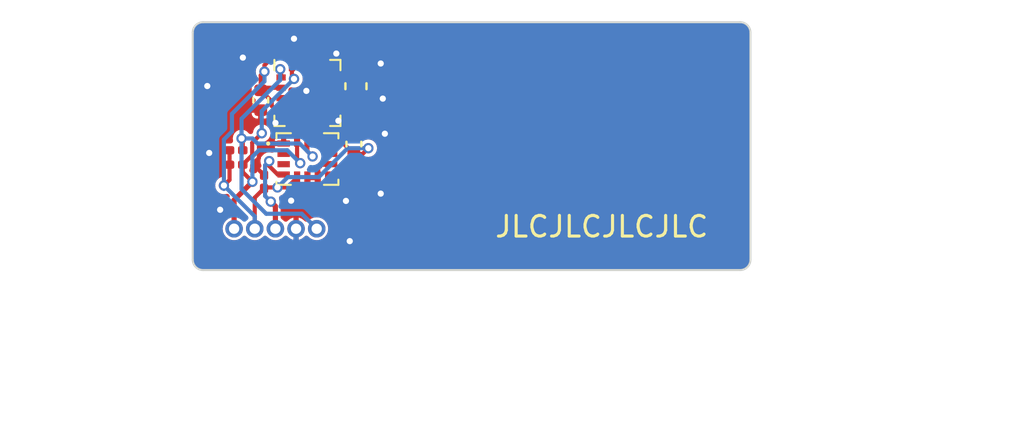
<source format=kicad_pcb>
(kicad_pcb (version 20211014) (generator pcbnew)
  (layers (0 "F.Cu" signal) (31 "B.Cu" signal) (34 "B.Paste" user) (35 "F.Paste" user) (36 "B.SilkS" user "B.Silkscreen") (37 "F.SilkS" user "F.Silkscreen") (38 "B.Mask" user) (39 "F.Mask" user) (44 "Edge.Cuts" user))
  (net 0 "")
  (net 1 "GND")
  (net 2 "VDD")
  (net 3 "INT")
  (net 4 "SCL")
  (net 5 "SDA")
  (net 18 "Net-(U1-Pad10)")
  (footprint "Capacitor_SMD:C_0201_0603Metric" (layer "F.Cu") (at 180.5 75.5 -90)
    (fp_text reference "C10" hide)
    (fp_text value "0.1uF")
    (pad "1" smd roundrect (at -0.32 0 270) (size 0.46 0.4) (layers "F.Cu" "F.Mask") (net 2 "VDD"))
    (pad "2" smd roundrect (at 0.32 0 270) (size 0.46 0.4) (layers "F.Cu" "F.Mask") (net 1 "GND"))
  )
  (footprint "Capacitor_SMD:C_0603_1608Metric" (layer "F.Cu") (at 180.9 71.1 90)
    (fp_text reference "C13" hide)
    (fp_text value "10uF")
    (fp_line (start -0.14058 0.51) (end 0.14058 0.51) (layer "F.SilkS") (width 0.12))
    (fp_line (start -0.14058 -0.51) (end 0.14058 -0.51) (layer "F.SilkS") (width 0.12))
    (pad "1" smd roundrect (at -0.775 0 90) (size 0.9 0.95) (layers "F.Cu" "F.Paste" "F.Mask") (net 18 "Net-(U1-Pad10)"))
    (pad "2" smd roundrect (at 0.775 0 90) (size 0.9 0.95) (layers "F.Cu" "F.Paste" "F.Mask") (net 1 "GND"))
  )
  (footprint "Capacitor_SMD:C_0402_1005Metric" (layer "F.Cu") (at 176.29 71.779 -90)
    (fp_text reference "C12" hide)
    (fp_text value "1uF")
    (fp_line (start -0.107836 -0.36) (end 0.107836 -0.36) (layer "F.SilkS") (width 0.12))
    (fp_line (start -0.107836 0.36) (end 0.107836 0.36) (layer "F.SilkS") (width 0.12))
    (pad "1" smd roundrect (at -0.48 0 270) (size 0.56 0.62) (layers "F.Cu" "F.Paste" "F.Mask") (net 2 "VDD"))
    (pad "2" smd roundrect (at 0.48 0 270) (size 0.56 0.62) (layers "F.Cu" "F.Paste" "F.Mask") (net 1 "GND"))
  )
  (footprint "Capacitor_SMD:C_0201_0603Metric" (layer "F.Cu") (at 176.45 75.725 90)
    (fp_text reference "C9" hide)
    (fp_text value "10nF")
    (pad "1" smd roundrect (at -0.32 0 90) (size 0.46 0.4) (layers "F.Cu" "F.Mask") (net 2 "VDD"))
    (pad "2" smd roundrect (at 0.32 0 90) (size 0.46 0.4) (layers "F.Cu" "F.Mask") (net 1 "GND"))
  )
  (footprint "Connector_PinHeader_1.00mm:PinHeader_1x05_P1.00mm_Horizontal" (layer "F.Cu") (at 179 78 -90)
    (fp_text reference "J1" hide)
    (fp_text value "Conn_01x05_Male")
    (pad "1" thru_hole circle (at 0 0 270) (size 0.85 0.85) (drill 0.5) (layers *.Cu *.Mask) (net 4 "SCL"))
    (pad "2" thru_hole oval (at 0 1 270) (size 0.85 0.85) (drill 0.5) (layers *.Cu *.Mask) (net 1 "GND"))
    (pad "3" thru_hole oval (at 0 2 270) (size 0.85 0.85) (drill 0.5) (layers *.Cu *.Mask) (net 3 "INT"))
    (pad "4" thru_hole oval (at 0 3 270) (size 0.85 0.85) (drill 0.5) (layers *.Cu *.Mask) (net 2 "VDD"))
    (pad "5" thru_hole oval (at 0 4 270) (size 0.85 0.85) (drill 0.5) (layers *.Cu *.Mask) (net 5 "SDA"))
  )
  (footprint "Resistor_SMD:R_0201_0603Metric" (layer "F.Cu") (at 175.1 74.9)
    (fp_text reference "R4" hide)
    (fp_text value "2.2K" hide)
    (pad "1" smd roundrect (at -0.32 0) (size 0.46 0.4) (layers "F.Cu" "F.Mask") (net 2 "VDD"))
    (pad "2" smd roundrect (at 0.32 0) (size 0.46 0.4) (layers "F.Cu" "F.Mask") (net 5 "SDA"))
  )
  (footprint "Package_LGA:LGA-16_3x3mm_P0.5mm" (layer "F.Cu") (at 178.55 71.425)
    (fp_text reference "U1" hide)
    (fp_text value "MMC5883MA")
    (fp_line (start -1.6 1.6) (end -1.1 1.6) (layer "F.SilkS") (width 0.1))
    (fp_line (start 1.1 -1.6) (end 1.6 -1.6) (layer "F.SilkS") (width 0.1))
    (fp_line (start -1.6 1.6) (end -1.6 1.1) (layer "F.SilkS") (width 0.1))
    (fp_line (start 1.6 -1.6) (end 1.6 -1.1) (layer "F.SilkS") (width 0.1))
    (fp_line (start -1.6 -1.6) (end -1.6 -1.1) (layer "F.SilkS") (width 0.1))
    (fp_line (start 1.6 1.1) (end 1.6 1.6) (layer "F.SilkS") (width 0.1))
    (fp_line (start 1.6 1.6) (end 1.6 1.1) (layer "F.SilkS") (width 0.1))
    (fp_line (start 1.6 1.6) (end 1.1 1.6) (layer "F.SilkS") (width 0.1))
    (pad "1" smd rect (at -1.275 -0.75 90) (size 0.3 0.45) (layers "F.Cu" "F.Paste" "F.Mask") (net 4 "SCL"))
    (pad "2" smd rect (at -1.275 -0.25 90) (size 0.3 0.45) (layers "F.Cu" "F.Paste" "F.Mask") (net 2 "VDD"))
    (pad "3" smd rect (at -1.275 0.25 90) (size 0.3 0.45) (layers "F.Cu" "F.Paste" "F.Mask"))
    (pad "4" smd rect (at -1.275 0.75 90) (size 0.3 0.45) (layers "F.Cu" "F.Paste" "F.Mask") (net 2 "VDD"))
    (pad "5" smd rect (at -0.75 1.275) (size 0.3 0.45) (layers "F.Cu" "F.Paste" "F.Mask"))
    (pad "6" smd rect (at -0.25 1.275) (size 0.3 0.45) (layers "F.Cu" "F.Paste" "F.Mask"))
    (pad "7" smd rect (at 0.25 1.275) (size 0.3 0.45) (layers "F.Cu" "F.Paste" "F.Mask"))
    (pad "8" smd rect (at 0.75 1.275) (size 0.3 0.45) (layers "F.Cu" "F.Paste" "F.Mask"))
    (pad "9" smd rect (at 1.275 0.75 90) (size 0.3 0.45) (layers "F.Cu" "F.Paste" "F.Mask") (net 1 "GND"))
    (pad "10" smd rect (at 1.275 0.25 90) (size 0.3 0.45) (layers "F.Cu" "F.Paste" "F.Mask") (net 18 "Net-(U1-Pad10)"))
    (pad "11" smd rect (at 1.275 -0.25 90) (size 0.3 0.45) (layers "F.Cu" "F.Paste" "F.Mask") (net 1 "GND"))
    (pad "12" smd rect (at 1.275 -0.75 90) (size 0.3 0.45) (layers "F.Cu" "F.Paste" "F.Mask"))
    (pad "13" smd rect (at 0.75 -1.275) (size 0.3 0.45) (layers "F.Cu" "F.Paste" "F.Mask") (net 2 "VDD"))
    (pad "14" smd rect (at 0.25 -1.275) (size 0.3 0.45) (layers "F.Cu" "F.Paste" "F.Mask"))
    (pad "15" smd rect (at -0.25 -1.275) (size 0.3 0.45) (layers "F.Cu" "F.Paste" "F.Mask"))
    (pad "16" smd rect (at -0.75 -1.275) (size 0.3 0.45) (layers "F.Cu" "F.Paste" "F.Mask") (net 5 "SDA"))
  )
  (footprint "Resistor_SMD:R_0201_0603Metric" (layer "F.Cu") (at 175.1 74.2)
    (fp_text reference "R5" hide)
    (fp_text value "2.2K" hide)
    (pad "1" smd roundrect (at -0.32 0) (size 0.46 0.4) (layers "F.Cu" "F.Mask") (net 2 "VDD"))
    (pad "2" smd roundrect (at 0.32 0) (size 0.46 0.4) (layers "F.Cu" "F.Mask") (net 4 "SCL"))
  )
  (footprint "Capacitor_SMD:C_0402_1005Metric" (layer "F.Cu") (at 180.8 73.9 90)
    (fp_text reference "C11" hide)
    (fp_text value "2.2uF")
    (fp_line (start -0.107836 0.36) (end 0.107836 0.36) (layer "F.SilkS") (width 0.12))
    (fp_line (start -0.107836 -0.36) (end 0.107836 -0.36) (layer "F.SilkS") (width 0.12))
    (pad "1" smd roundrect (at -0.48 0 90) (size 0.56 0.62) (layers "F.Cu" "F.Paste" "F.Mask") (net 2 "VDD"))
    (pad "2" smd roundrect (at 0.48 0 90) (size 0.56 0.62) (layers "F.Cu" "F.Paste" "F.Mask") (net 1 "GND"))
  )
  (footprint "SamacSys_Parts:IIM42352" (layer "F.Cu") (at 178.55 74.625)
    (fp_text reference "AC2" hide)
    (fp_text value "ICM-42688-V" hide)
    (fp_line (start -1.9 -0.8) (end -1.9 -0.8) (layer "F.SilkS") (width 0.1))
    (fp_line (start 1.5 -1.25) (end 1.5 -1) (layer "F.SilkS") (width 0.1))
    (fp_line (start 0.8 1.25) (end 1.5 1.25) (layer "F.SilkS") (width 0.1))
    (fp_line (start 0.8 -1.25) (end 1.5 -1.25) (layer "F.SilkS") (width 0.1))
    (fp_line (start -1.5 1.25) (end -0.8 1.25) (layer "F.SilkS") (width 0.1))
    (fp_line (start -1.5 -1) (end -1.5 -1.25) (layer "F.SilkS") (width 0.1))
    (fp_line (start 1.5 1.25) (end 1.5 1) (layer "F.SilkS") (width 0.1))
    (fp_line (start -1.5 1.1) (end -1.5 1.25) (layer "F.SilkS") (width 0.1))
    (fp_line (start -1.5 -1.25) (end -0.8 -1.25) (layer "F.SilkS") (width 0.1))
    (fp_line (start -1.9 -0.7) (end -1.9 -0.7) (layer "F.SilkS") (width 0.1))
    (fp_arc (start -1.9 -0.7) (mid -1.95 -0.75) (end -1.9 -0.8) (layer "F.SilkS") (width 0.1))
    (fp_arc (start -1.9 -0.8) (mid -1.85 -0.75) (end -1.9 -0.7) (layer "F.SilkS") (width 0.1))
    (pad "1" smd rect locked (at -1.15 -0.75 90) (size 0.3 0.6) (layers "F.Cu" "F.Paste" "F.Mask") (net 1 "GND"))
    (pad "2" smd rect locked (at -1.15 -0.25 90) (size 0.3 0.6) (layers "F.Cu" "F.Paste" "F.Mask"))
    (pad "3" smd rect locked (at -1.15 0.25 90) (size 0.3 0.6) (layers "F.Cu" "F.Paste" "F.Mask"))
    (pad "4" smd rect locked (at -1.15 0.75 90) (size 0.3 0.6) (layers "F.Cu" "F.Paste" "F.Mask") (net 3 "INT"))
    (pad "5" smd rect locked (at -0.5 0.9) (size 0.3 0.6) (layers "F.Cu" "F.Paste" "F.Mask") (net 2 "VDD"))
    (pad "6" smd rect locked (at 0 0.9) (size 0.3 0.6) (layers "F.Cu" "F.Paste" "F.Mask") (net 1 "GND"))
    (pad "7" smd rect locked (at 0.5 0.9) (size 0.3 0.6) (layers "F.Cu" "F.Paste" "F.Mask") (net 1 "GND"))
    (pad "8" smd rect locked (at 1.15 0.75 90) (size 0.3 0.6) (layers "F.Cu" "F.Paste" "F.Mask") (net 2 "VDD"))
    (pad "9" smd rect locked (at 1.15 0.25 90) (size 0.3 0.6) (layers "F.Cu" "F.Paste" "F.Mask") (net 1 "GND"))
    (pad "10" smd rect locked (at 1.15 -0.25 90) (size 0.3 0.6) (layers "F.Cu" "F.Paste" "F.Mask"))
    (pad "11" smd rect locked (at 1.15 -0.75 90) (size 0.3 0.6) (layers "F.Cu" "F.Paste" "F.Mask"))
    (pad "12" smd rect locked (at 0.5 -0.9) (size 0.3 0.6) (layers "F.Cu" "F.Paste" "F.Mask") (net 2 "VDD"))
    (pad "13" smd rect locked (at 0 -0.9) (size 0.3 0.6) (layers "F.Cu" "F.Paste" "F.Mask") (net 4 "SCL"))
    (pad "14" smd rect locked (at -0.5 -0.9) (size 0.3 0.6) (layers "F.Cu" "F.Paste" "F.Mask") (net 5 "SDA"))
  )
  (gr_arc (start 173.500001 79.999999) (mid 173.146447 79.853553) (end 173 79.5) (layer "Edge.Cuts") (width 0.1))
  (gr_line (start 200 79.5) (end 200 68.5) (layer "Edge.Cuts") (width 0.1))
  (gr_arc (start 173 68.5) (mid 173.146447 68.146447) (end 173.5 68) (layer "Edge.Cuts") (width 0.1))
  (gr_arc (start 200 79.5) (mid 199.853554 79.853554) (end 199.5 80) (layer "Edge.Cuts") (width 0.1))
  (gr_line (start 199.5 68) (end 173.5 68) (layer "Edge.Cuts") (width 0.1))
  (gr_line (start 199.5 80) (end 173.5 80) (layer "Edge.Cuts") (width 0.1))
  (gr_arc (start 199.5 68) (mid 199.853553 68.146447) (end 200 68.5) (layer "Edge.Cuts") (width 0.1))
  (gr_line (start 173 68.5) (end 173 79.5) (layer "Edge.Cuts") (width 0.1))
  (gr_text "JLCJLCJLCJLC" (at 192.8 77.9) (layer "F.SilkS") (effects (font (size 1 1))))
  (segment (start 180.7 73.32) (end 180.8 73.42) (width 0.2) (layer "F.Cu") (net 1))
  (segment (start 176.45 75.405) (end 176.111 75.066) (width 0.2) (layer "F.Cu") (net 1))
  (segment (start 176.201511 74.575245) (end 176.201511 74.485489) (width 0.2) (layer "F.Cu") (net 1))
  (segment (start 176.201511 74.485489) (end 176.489 74.198) (width 0.2) (layer "F.Cu") (net 1))
  (segment (start 180.7 73.1) (end 180.7 73.32) (width 0.2) (layer "F.Cu") (net 1))
  (segment (start 176.111 75.066) (end 176.111 74.665756) (width 0.2) (layer "F.Cu") (net 1))
  (segment (start 176.111 74.665756) (end 176.201511 74.575245) (width 0.2) (layer "F.Cu") (net 1))
  (segment (start 179.660022 73.168) (end 178.842 73.168) (width 0.2) (layer "F.Cu") (net 1))
  (via (at 179.95 69.518) (size 0.5) (drill 0.3) (layers "F.Cu" "B.Cu") (net 1))
  (via (at 182.3 73.4) (size 0.5) (drill 0.3) (layers "F.Cu" "B.Cu") (net 1))
  (via (at 174.324 77.082) (size 0.5) (drill 0.3) (layers "F.Cu" "B.Cu") (net 1))
  (via (at 173.702 71.09) (size 0.5) (drill 0.3) (layers "F.Cu" "B.Cu") (net 1))
  (via (at 182.1 76.3) (size 0.5) (drill 0.3) (layers "F.Cu" "B.Cu") (net 1))
  (via (at 182.1 70) (size 0.5) (drill 0.3) (layers "F.Cu" "B.Cu") (net 1))
  (via (at 180.416 76.653) (size 0.5) (drill 0.3) (layers "F.Cu" "B.Cu") (net 1))
  (via (at 173.794 74.331) (size 0.5) (drill 0.3) (layers "F.Cu" "B.Cu") (net 1))
  (via (at 177.9 68.8) (size 0.5) (drill 0.3) (layers "F.Cu" "B.Cu") (net 1))
  (via (at 177.762 76.642) (size 0.5) (drill 0.3) (layers "F.Cu" "B.Cu") (net 1))
  (via (at 178.499 71.326) (size 0.5) (drill 0.3) (layers "F.Cu" "B.Cu") (net 1))
  (via (at 177.003 72.877) (size 0.5) (drill 0.3) (layers "F.Cu" "B.Cu") (net 1))
  (via (at 180.05 72.772) (size 0.5) (drill 0.3) (layers "F.Cu" "B.Cu") (net 1))
  (via (at 175.425 69.715) (size 0.5) (drill 0.3) (layers "F.Cu" "B.Cu") (net 1))
  (via (at 182.2 71.7) (size 0.5) (drill 0.3) (layers "F.Cu" "B.Cu") (net 1))
  (via (at 180.6 78.6) (size 0.5) (drill 0.3) (layers "F.Cu" "B.Cu") (net 1))
  (segment (start 179.280489 73.494511) (end 179.05 73.725) (width 0.2) (layer "F.Cu") (net 2))
  (segment (start 174.78 74.9) (end 174.78 75.634) (width 0.2) (layer "F.Cu") (net 2))
  (segment (start 180.8 74.38) (end 181.22 74.38) (width 0.2) (layer "F.Cu") (net 2))
  (segment (start 177.1 76) (end 176.495 76) (width 0.2) (layer "F.Cu") (net 2))
  (segment (start 177.1 76) (end 177.575 76) (width 0.2) (layer "F.Cu") (net 2))
  (segment (start 180.222533 73.494511) (end 179.280489 73.494511) (width 0.2) (layer "F.Cu") (net 2))
  (segment (start 174.78 74.2) (end 174.78 74.9) (width 0.2) (layer "F.Cu") (net 2))
  (segment (start 181.22 74.38) (end 181.5 74.1) (width 0.2) (layer "F.Cu") (net 2))
  (segment (start 177.275 71.175) (end 176.414 71.175) (width 0.2) (layer "F.Cu") (net 2))
  (segment (start 180.8 74.38) (end 180.226511 73.806511) (width 0.2) (layer "F.Cu") (net 2))
  (segment (start 176.414 71.175) (end 176.29 71.299) (width 0.2) (layer "F.Cu") (net 2))
  (segment (start 176.823489 71.832489) (end 176.29 71.299) (width 0.2) (layer "F.Cu") (net 2))
  (segment (start 179.7 75.375) (end 180.305 75.375) (width 0.2) (layer "F.Cu") (net 2))
  (segment (start 176.871 69.683) (end 176.47 70.084) (width 0.2) (layer "F.Cu") (net 2))
  (segment (start 176 78) (end 176 76.495) (width 0.2) (layer "F.Cu") (net 2))
  (segment (start 176.29 70.573) (end 176.47 70.393) (width 0.2) (layer "F.Cu") (net 2))
  (segment (start 176 76.495) (end 176.45 76.045) (width 0.2) (layer "F.Cu") (net 2))
  (segment (start 176.946978 72.175) (end 176.823489 72.051511) (width 0.2) (layer "F.Cu") (net 2))
  (segment (start 179.3 70.15) (end 179.3 69.725) (width 0.2) (layer "F.Cu") (net 2))
  (segment (start 176.495 76) (end 176.45 76.045) (width 0.2) (layer "F.Cu") (net 2))
  (segment (start 179.258 69.683) (end 176.871 69.683) (width 0.2) (layer "F.Cu") (net 2))
  (segment (start 179.3 69.725) (end 179.258 69.683) (width 0.2) (layer "F.Cu") (net 2))
  (segment (start 174.78 75.634) (end 174.507 75.907) (width 0.2) (layer "F.Cu") (net 2))
  (segment (start 177.575 76) (end 178.05 75.525) (width 0.2) (layer "F.Cu") (net 2))
  (segment (start 180.305 75.375) (end 180.5 75.18) (width 0.2) (layer "F.Cu") (net 2))
  (segment (start 176.47 70.084) (end 176.47 70.393) (width 0.2) (layer "F.Cu") (net 2))
  (segment (start 180.226511 73.806511) (end 180.226511 73.498489) (width 0.2) (layer "F.Cu") (net 2))
  (segment (start 176.29 71.299) (end 176.29 70.573) (width 0.2) (layer "F.Cu") (net 2))
  (segment (start 180.226511 73.498489) (end 180.222533 73.494511) (width 0.2) (layer "F.Cu") (net 2))
  (segment (start 180.5 75.18) (end 180.5 74.68) (width 0.2) (layer "F.Cu") (net 2))
  (segment (start 177.275 72.175) (end 176.946978 72.175) (width 0.2) (layer "F.Cu") (net 2))
  (segment (start 180.5 74.68) (end 180.8 74.38) (width 0.2) (layer "F.Cu") (net 2))
  (segment (start 176.823489 72.051511) (end 176.823489 71.832489) (width 0.2) (layer "F.Cu") (net 2))
  (via (at 181.5 74.1) (size 0.5) (drill 0.3) (layers "F.Cu" "B.Cu") (net 2))
  (via (at 177.1 76) (size 0.5) (drill 0.3) (layers "F.Cu" "B.Cu") (net 2))
  (via (at 176.47 70.393) (size 0.5) (drill 0.3) (layers "F.Cu" "B.Cu") (net 2))
  (via (at 174.507 75.907) (size 0.5) (drill 0.3) (layers "F.Cu" "B.Cu") (net 2))
  (segment (start 180.2 74.4) (end 180.5 74.1) (width 0.2) (layer "B.Cu") (net 2))
  (segment (start 174.507 76.077) (end 174.507 75.907) (width 0.2) (layer "B.Cu") (net 2))
  (segment (start 176 77.4) (end 176 78) (width 0.2) (layer "B.Cu") (net 2))
  (segment (start 174.897 72.437) (end 174.897 73.292) (width 0.2) (layer "B.Cu") (net 2))
  (segment (start 174.897 73.292) (end 174.507 73.682) (width 0.2) (layer "B.Cu") (net 2))
  (segment (start 174.507 73.682) (end 174.507 75.907) (width 0.2) (layer "B.Cu") (net 2))
  (segment (start 174.897 72.437) (end 176.47 70.864) (width 0.2) (layer "B.Cu") (net 2))
  (segment (start 180 74.6) (end 180.2 74.4) (width 0.2) (layer "B.Cu") (net 2))
  (segment (start 176.47 70.864) (end 176.47 70.393) (width 0.2) (layer "B.Cu") (net 2))
  (segment (start 179.1 75.5) (end 177.6 75.5) (width 0.2) (layer "B.Cu") (net 2))
  (segment (start 180 74.6) (end 179.1 75.5) (width 0.2) (layer "B.Cu") (net 2))
  (segment (start 177.6 75.5) (end 177.1 76) (width 0.2) (layer "B.Cu") (net 2))
  (segment (start 174.507 75.907) (end 176 77.4) (width 0.2) (layer "B.Cu") (net 2))
  (segment (start 180.5 74.1) (end 181.5 74.1) (width 0.2) (layer "B.Cu") (net 2))
  (segment (start 176.7 74.963231) (end 176.7 74.726) (width 0.2) (layer "F.Cu") (net 3))
  (segment (start 177 78) (end 177 76.911) (width 0.25) (layer "F.Cu") (net 3))
  (segment (start 177.4 75.375) (end 177.111769 75.375) (width 0.2) (layer "F.Cu") (net 3))
  (segment (start 177 76.911) (end 176.777 76.688) (width 0.25) (layer "F.Cu") (net 3))
  (segment (start 177.111769 75.375) (end 176.7 74.963231) (width 0.2) (layer "F.Cu") (net 3))
  (via (at 176.777 76.688) (size 0.5) (drill 0.3) (layers "F.Cu" "B.Cu") (net 3))
  (via (at 176.7 74.726) (size 0.5) (drill 0.3) (layers "F.Cu" "B.Cu") (net 3))
  (segment (start 176.5 74.926) (end 176.5 76.411) (width 0.2) (layer "B.Cu") (net 3))
  (segment (start 176.5 76.411) (end 176.777 76.688) (width 0.2) (layer "B.Cu") (net 3))
  (segment (start 176.7 74.726) (end 176.5 74.926) (width 0.2) (layer "B.Cu") (net 3))
  (segment (start 177.275 70.319) (end 177.232 70.276) (width 0.2) (layer "F.Cu") (net 4))
  (segment (start 175.42 73.688) (end 175.361 73.629) (width 0.2) (layer "F.Cu") (net 4))
  (segment (start 178.55 73.725) (end 178.55 74.25) (width 0.2) (layer "F.Cu") (net 4))
  (segment (start 178.55 74.25) (end 178.8 74.5) (width 0.2) (layer "F.Cu") (net 4))
  (segment (start 175.42 74.2) (end 175.42 73.688) (width 0.2) (layer "F.Cu") (net 4))
  (segment (start 177.275 70.675) (end 177.275 70.319) (width 0.2) (layer "F.Cu") (net 4))
  (via (at 177.232 70.276) (size 0.5) (drill 0.3) (layers "F.Cu" "B.Cu") (net 4))
  (via (at 175.361 73.629) (size 0.5) (drill 0.3) (layers "F.Cu" "B.Cu") (net 4))
  (via (at 178.8 74.5) (size 0.5) (drill 0.3) (layers "F.Cu" "B.Cu") (net 4))
  (segment (start 178.8 74.5) (end 178.174501 73.874501) (width 0.2) (layer "B.Cu") (net 4))
  (segment (start 175.361 76.081) (end 175.361 73.629) (width 0.2) (layer "B.Cu") (net 4))
  (segment (start 176.133099 73.874501) (end 175.887598 73.629) (width 0.2) (layer "B.Cu") (net 4))
  (segment (start 175.887598 73.629) (end 175.361 73.629) (width 0.2) (layer "B.Cu") (net 4))
  (segment (start 175.361 73.629) (end 175.361 72.673) (width 0.2) (layer "B.Cu") (net 4))
  (segment (start 177.232 70.802) (end 177.232 70.276) (width 0.2) (layer "B.Cu") (net 4))
  (segment (start 179 78) (end 178.275489 77.275489) (width 0.2) (layer "B.Cu") (net 4))
  (segment (start 178.174501 73.874501) (end 176.133099 73.874501) (width 0.2) (layer "B.Cu") (net 4))
  (segment (start 178.275489 77.275489) (end 176.555489 77.275489) (width 0.2) (layer "B.Cu") (net 4))
  (segment (start 176.555489 77.275489) (end 175.361 76.081) (width 0.2) (layer "B.Cu") (net 4))
  (segment (start 175.361 72.673) (end 177.232 70.802) (width 0.2) (layer "B.Cu") (net 4))
  (segment (start 177.8 70.15) (end 177.8 70.645) (width 0.2) (layer "F.Cu") (net 5))
  (segment (start 178.05 74.675) (end 178.2 74.825) (width 0.2) (layer "F.Cu") (net 5))
  (segment (start 175 78) (end 175 76.613) (width 0.25) (layer "F.Cu") (net 5))
  (segment (start 175.42 74.895) (end 175.875 74.44) (width 0.2) (layer "F.Cu") (net 5))
  (segment (start 175.87652 73.83848) (end 176.34 73.375) (width 0.2) (layer "F.Cu") (net 5))
  (segment (start 178.05 73.725) (end 178.05 74.675) (width 0.2) (layer "F.Cu") (net 5))
  (segment (start 175.87652 74.43848) (end 175.87652 73.83848) (width 0.2) (layer "F.Cu") (net 5))
  (segment (start 175.42 74.9) (end 175.42 74.895) (width 0.2) (layer "F.Cu") (net 5))
  (segment (start 175.875 74.44) (end 175.87652 74.43848) (width 0.2) (layer "F.Cu") (net 5))
  (segment (start 175 76.613) (end 175.887 75.726) (width 0.25) (layer "F.Cu") (net 5))
  (segment (start 175.42 75.259) (end 175.887 75.726) (width 0.2) (layer "F.Cu") (net 5))
  (segment (start 177.8 70.645) (end 177.901 70.746) (width 0.2) (layer "F.Cu") (net 5))
  (segment (start 175.42 74.9) (end 175.42 75.259) (width 0.2) (layer "F.Cu") (net 5))
  (via (at 178.2 74.825) (size 0.5) (drill 0.3) (layers "F.Cu" "B.Cu") (net 5))
  (via (at 175.887 75.726) (size 0.5) (drill 0.3) (layers "F.Cu" "B.Cu") (net 5))
  (via (at 176.34 73.375) (size 0.5) (drill 0.3) (layers "F.Cu" "B.Cu") (net 5))
  (via (at 177.901 70.746) (size 0.5) (drill 0.3) (layers "F.Cu" "B.Cu") (net 5))
  (segment (start 176.34 72.307) (end 177.901 70.746) (width 0.2) (layer "B.Cu") (net 5))
  (segment (start 176.34 73.375) (end 176.34 72.307) (width 0.2) (layer "B.Cu") (net 5))
  (segment (start 178.2 74.825) (end 177.576012 74.201012) (width 0.2) (layer "B.Cu") (net 5))
  (segment (start 177.576012 74.201012) (end 176.198988 74.201012) (width 0.2) (layer "B.Cu") (net 5))
  (segment (start 175.887 74.513) (end 175.887 75.726) (width 0.2) (layer "B.Cu") (net 5))
  (segment (start 176.198988 74.201012) (end 175.887 74.513) (width 0.2) (layer "B.Cu") (net 5))
  (segment (start 180.7 71.675) (end 180.9 71.875) (width 0.2) (layer "F.Cu") (net 18))
  (segment (start 179.825 71.675) (end 180.7 71.675) (width 0.2) (layer "F.Cu") (net 18))
  (zone (net 1) (net_name "GND") (layers F&B.Cu) (connect_pads (clearance 0)) (min_thickness 0.254) (fill yes (thermal_gap 0.127) (thermal_bridge_width 0.254))
    (polygon (pts (xy 213.25 88.25) (xy 172.75 88.25) (xy 172.75 67.75) (xy 213.25 67.75)))
  )
)
</source>
